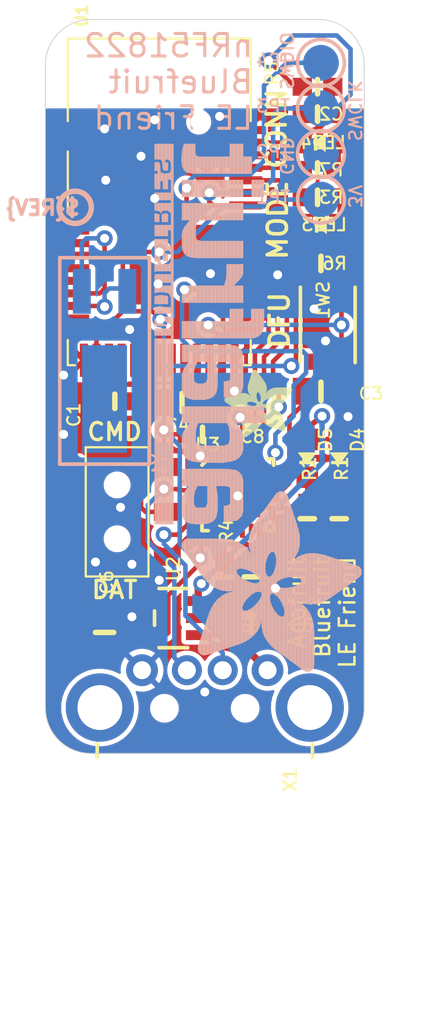
<source format=kicad_pcb>
(kicad_pcb (version 20221018) (generator pcbnew)
  (layers (0 "F.Cu" signal) (31 "B.Cu" signal) (34 "B.Paste" user) (35 "F.Paste" user) (36 "B.SilkS" user "B.Silkscreen") (37 "F.SilkS" user "F.Silkscreen") (38 "B.Mask" user) (39 "F.Mask" user) (44 "Edge.Cuts" user))
  (net 0 "")
  (net 1 "DCC")
  (net 2 "3.3V")
  (net 3 "GND")
  (net 4 "DEC2")
  (net 5 "N$3")
  (net 6 "TXD")
  (net 7 "RTS")
  (net 8 "CTS")
  (net 9 "SWCLK")
  (net 10 "SWDIO")
  (net 11 "RXD")
  (net 12 "MODE")
  (net 13 "N$10")
  (net 14 "BOOTLOADER")
  (net 15 "N$12")
  (net 16 "N$11")
  (net 17 "N$13")
  (net 18 "N$14")
  (net 19 "+5V")
  (net 20 "N$4")
  (net 21 "N$15")
  (net 22 "N$5")
  (net 23 "N$1")
  (net 24 "N$8")
  (net 25 "N$2")
  (net 26 "N$6")
  (net 27 "N$7")
  (footprint "working:0603-NO" (layer "F.Cu") (at 148.3741 107.6706)
    (fp_text reference "C8" (at 2.032 0.127) (layer "F.SilkS") (effects (font (size 0.692831 0.692831) (thickness 0.119969)) (justify left)))
    (fp_text value "1uF")
    (pad "1" smd rect (at -0.85 0) (size 1.075 1) (layers "F.Cu" "F.Paste" "F.Mask") (net 2 "3.3V"))
    (pad "2" smd rect (at 0.85 0) (size 1.075 1) (layers "F.Cu" "F.Paste" "F.Mask") (net 3 "GND"))
  )
  (footprint "working:0603-NO" (layer "F.Cu") (at 154.7876 92.9386 180)
    (fp_text reference "R7" (at -1.524 0) (layer "F.SilkS") (effects (font (size 0.692831 0.692831) (thickness 0.119969)) (justify left mirror)))
    (fp_text value "1K")
    (pad "1" smd rect (at -0.85 0 180) (size 1.075 1) (layers "F.Cu" "F.Paste" "F.Mask") (net 15 "N$12"))
    (pad "2" smd rect (at 0.85 0 180) (size 1.075 1) (layers "F.Cu" "F.Paste" "F.Mask") (net 16 "N$11"))
  )
  (footprint "working:BTN_KMR2_4.6X2.8" (layer "F.Cu") (at 155.3591 101.5746 -90)
    (fp_text reference "SW1" (at -0.254 0.254 -270) (layer "F.SilkS") (effects (font (size 0.692831 0.692831) (thickness 0.119969)) (justify right mirror)))
    (fp_text value "KMR2")
    (pad "A" smd rect (at 2.05 -0.8 270) (size 0.9 0.9) (layers "F.Cu" "F.Paste" "F.Mask") (net 14 "BOOTLOADER"))
    (pad "A'" smd rect (at -2.05 -0.8 270) (size 0.9 0.9) (layers "F.Cu" "F.Paste" "F.Mask") (net 14 "BOOTLOADER"))
    (pad "B" smd rect (at 2.05 0.8 270) (size 0.9 0.9) (layers "F.Cu" "F.Paste" "F.Mask") (net 3 "GND"))
    (pad "B'" smd rect (at -2.05 0.8 270) (size 0.9 0.9) (layers "F.Cu" "F.Paste" "F.Mask") (net 3 "GND"))
  )
  (footprint "working:0603-NO" (layer "F.Cu") (at 154.2161 112.3696 90)
    (fp_text reference "R2" (at 2.032 0.127 90) (layer "F.SilkS") (effects (font (size 0.692831 0.692831) (thickness 0.119969)) (justify left)))
    (fp_text value "1K")
    (pad "1" smd rect (at -0.85 0 90) (size 1.075 1) (layers "F.Cu" "F.Paste" "F.Mask") (net 22 "N$5"))
    (pad "2" smd rect (at 0.85 0 90) (size 1.075 1) (layers "F.Cu" "F.Paste" "F.Mask") (net 26 "N$6"))
  )
  (footprint "working:0805-NO" (layer "F.Cu") (at 154.9781 105.2703)
    (fp_text reference "C3" (at 2.032 0.127) (layer "F.SilkS") (effects (font (size 0.692831 0.692831) (thickness 0.119969)) (justify left)))
    (fp_text value "10uF")
    (pad "1" smd rect (at -0.95 0) (size 1.24 1.5) (layers "F.Cu" "F.Paste" "F.Mask") (net 20 "N$4"))
    (pad "2" smd rect (at 0.95 0) (size 1.24 1.5) (layers "F.Cu" "F.Paste" "F.Mask") (net 3 "GND"))
  )
  (footprint "working:0603-NO" (layer "F.Cu") (at 154.9781 98.1456)
    (fp_text reference "R6" (at 1.524 0) (layer "F.SilkS") (effects (font (size 0.692831 0.692831) (thickness 0.119969)) (justify left mirror)))
    (fp_text value "10K")
    (pad "1" smd rect (at -0.85 0) (size 1.075 1) (layers "F.Cu" "F.Paste" "F.Mask") (net 2 "3.3V"))
    (pad "2" smd rect (at 0.85 0) (size 1.075 1) (layers "F.Cu" "F.Paste" "F.Mask") (net 14 "BOOTLOADER"))
  )
  (footprint "working:CHIPLED_0805_NOOUTLINE" (layer "F.Cu") (at 154.9146 91.4146 90)
    (fp_text reference "LED4" (at 0 1.524 180) (layer "F.SilkS") (effects (font (size 0.692831 0.692831) (thickness 0.119969)) (justify left mirror)))
    (fp_text value "BLUE")
    (pad "A" smd rect (at 0 1.05 90) (size 1.2 1.2) (layers "F.Cu" "F.Paste" "F.Mask") (net 15 "N$12"))
    (pad "C" smd rect (at 0 -1.05 90) (size 1.2 1.2) (layers "F.Cu" "F.Paste" "F.Mask") (net 3 "GND"))
  )
  (footprint "working:CHIPLED_0805_NOOUTLINE" (layer "F.Cu") (at 155.9941 109.0041 180)
    (fp_text reference "D4" (at -1.016 1.778 90) (layer "F.SilkS") (effects (font (size 0.692831 0.692831) (thickness 0.119969)) (justify right)))
    (fp_text value "YELLOW")
    (pad "A" smd rect (at 0 1.05 180) (size 1.2 1.2) (layers "F.Cu" "F.Paste" "F.Mask") (net 19 "+5V"))
    (pad "C" smd rect (at 0 -1.05 180) (size 1.2 1.2) (layers "F.Cu" "F.Paste" "F.Mask") (net 25 "N$2"))
  )
  (footprint "working:0805-NO" (layer "F.Cu") (at 142.9131 118.7069 90)
    (fp_text reference "C6" (at 2.032 0.127 90) (layer "F.SilkS") (effects (font (size 0.692831 0.692831) (thickness 0.119969)) (justify left)))
    (fp_text value "10uF")
    (pad "1" smd rect (at -0.95 0 90) (size 1.24 1.5) (layers "F.Cu" "F.Paste" "F.Mask") (net 2 "3.3V"))
    (pad "2" smd rect (at 0.95 0 90) (size 1.24 1.5) (layers "F.Cu" "F.Paste" "F.Mask") (net 3 "GND"))
  )
  (footprint "working:CHIPLED_0805_NOOUTLINE" (layer "F.Cu") (at 154.2161 109.0041 180)
    (fp_text reference "D5" (at -1.016 1.778 90) (layer "F.SilkS") (effects (font (size 0.692831 0.692831) (thickness 0.119969)) (justify right)))
    (fp_text value "YELLOW")
    (pad "A" smd rect (at 0 1.05 180) (size 1.2 1.2) (layers "F.Cu" "F.Paste" "F.Mask") (net 19 "+5V"))
    (pad "C" smd rect (at 0 -1.05 180) (size 1.2 1.2) (layers "F.Cu" "F.Paste" "F.Mask") (net 26 "N$6"))
  )
  (footprint "working:0603-NO" (layer "F.Cu") (at 154.7876 88.3031)
    (fp_text reference "R5" (at -2.54 0 90) (layer "F.SilkS") (effects (font (size 0.692831 0.692831) (thickness 0.119969)) (justify left)))
    (fp_text value "10K")
    (pad "1" smd rect (at -0.85 0) (size 1.075 1) (layers "F.Cu" "F.Paste" "F.Mask") (net 9 "SWCLK"))
    (pad "2" smd rect (at 0.85 0) (size 1.075 1) (layers "F.Cu" "F.Paste" "F.Mask") (net 3 "GND"))
  )
  (footprint "working:FIDUCIAL_1MM" (layer "F.Cu") (at 140.8811 117.8306)
    (fp_text reference "FID2" hide)
    (fp_text value "FIDUCIAL_1MM" hide)
    (pad "1" smd roundrect (at 0 0) (size 1 1) (layers "F.Cu" "F.Mask") (roundrect_rratio 0.5))
  )
  (footprint "working:FIDUCIAL_1MM" (layer "F.Cu") (at 148.6281 92.5576)
    (fp_text reference "FID1" hide)
    (fp_text value "FIDUCIAL_1MM" hide)
    (pad "1" smd roundrect (at 0 0) (size 1 1) (layers "F.Cu" "F.Mask") (roundrect_rratio 0.5))
  )
  (footprint "working:SOT23-5" (layer "F.Cu") (at 146.7485 117.9068 90)
    (fp_text reference "U2" (at 1.978 0 90) (layer "F.SilkS") (effects (font (size 0.692831 0.692831) (thickness 0.119969)) (justify left)))
    (fp_text value "AP2112K-3.3")
    (pad "1" smd rect (at -0.95 1.3001 90) (size 0.55 1.2) (layers "F.Cu" "F.Paste" "F.Mask") (net 19 "+5V"))
    (pad "2" smd rect (at 0 1.3001 90) (size 0.55 1.2) (layers "F.Cu" "F.Paste" "F.Mask") (net 3 "GND"))
    (pad "3" smd rect (at 0.95 1.3001 90) (size 0.55 1.2) (layers "F.Cu" "F.Paste" "F.Mask") (net 19 "+5V"))
    (pad "4" smd rect (at 0.95 -1.3001 90) (size 0.55 1.2) (layers "F.Cu" "F.Paste" "F.Mask"))
    (pad "5" smd rect (at -0.95 -1.3001 90) (size 0.55 1.2) (layers "F.Cu" "F.Paste" "F.Mask") (net 2 "3.3V"))
  )
  (footprint "working:0603-NO" (layer "F.Cu") (at 149.5806 115.6081 90)
    (fp_text reference "R4" (at 1.778 0.127 90) (layer "F.SilkS") (effects (font (size 0.692831 0.692831) (thickness 0.119969)) (justify left)))
    (fp_text value "10K")
    (pad "1" smd rect (at -0.85 0 90) (size 1.075 1) (layers "F.Cu" "F.Paste" "F.Mask") (net 19 "+5V"))
    (pad "2" smd rect (at 0.85 0 90) (size 1.075 1) (layers "F.Cu" "F.Paste" "F.Mask") (net 27 "N$7"))
  )
  (footprint "working:0805-NO" (layer "F.Cu") (at 151.1173 118.1862)
    (fp_text reference "C5" (at 2.032 0.127) (layer "F.SilkS") (effects (font (size 0.692831 0.692831) (thickness 0.119969)) (justify left)))
    (fp_text value "10uF")
    (pad "1" smd rect (at -0.95 0) (size 1.24 1.5) (layers "F.Cu" "F.Paste" "F.Mask") (net 19 "+5V"))
    (pad "2" smd rect (at 0.95 0) (size 1.24 1.5) (layers "F.Cu" "F.Paste" "F.Mask") (net 3 "GND"))
  )
  (footprint "working:0603-NO" (layer "F.Cu") (at 154.7876 89.8271)
    (fp_text reference "C2" (at 1.524 0) (layer "F.SilkS") (effects (font (size 0.692831 0.692831) (thickness 0.119969)) (justify left mirror)))
    (fp_text value "1uF")
    (pad "1" smd rect (at -0.85 0) (size 1.075 1) (layers "F.Cu" "F.Paste" "F.Mask") (net 4 "DEC2"))
    (pad "2" smd rect (at 0.85 0) (size 1.075 1) (layers "F.Cu" "F.Paste" "F.Mask") (net 3 "GND"))
  )
  (footprint "working:QFN24_4MM_SMSC" (layer "F.Cu") (at 150.3426 111.0361)
    (fp_text reference "U3" (at -2.45 -2.8) (layer "F.SilkS") (effects (font (size 0.692831 0.692831) (thickness 0.119969)) (justify left)))
    (fp_text value "CP210x")
    (pad "1" smd roundrect (at -2 -1.25 180) (size 0.8 0.28) (layers "F.Cu" "F.Paste" "F.Mask"))
    (pad "2" smd roundrect (at -2 -0.75 180) (size 0.8 0.28) (layers "F.Cu" "F.Paste" "F.Mask") (net 3 "GND"))
    (pad "3" smd roundrect (at -2 -0.25 180) (size 0.8 0.28) (layers "F.Cu" "F.Paste" "F.Mask") (net 24 "N$8"))
    (pad "4" smd roundrect (at -2 0.25 180) (size 0.8 0.28) (layers "F.Cu" "F.Paste" "F.Mask") (net 23 "N$1"))
    (pad "5" smd roundrect (at -2 0.75 180) (size 0.8 0.28) (layers "F.Cu" "F.Paste" "F.Mask") (net 2 "3.3V"))
    (pad "6" smd roundrect (at -2 1.25 180) (size 0.8 0.28) (layers "F.Cu" "F.Paste" "F.Mask") (net 2 "3.3V"))
    (pad "7" smd roundrect (at -1.25 2 90) (size 0.8 0.28) (layers "F.Cu" "F.Paste" "F.Mask") (net 2 "3.3V"))
    (pad "8" smd roundrect (at -0.75 2 90) (size 0.8 0.28) (layers "F.Cu" "F.Paste" "F.Mask") (net 27 "N$7"))
    (pad "9" smd roundrect (at -0.25 2 90) (size 0.8 0.28) (layers "F.Cu" "F.Paste" "F.Mask"))
    (pad "10" smd roundrect (at 0.25 2 90) (size 0.8 0.28) (layers "F.Cu" "F.Paste" "F.Mask"))
    (pad "11" smd roundrect (at 0.75 2 90) (size 0.8 0.28) (layers "F.Cu" "F.Paste" "F.Mask"))
    (pad "12" smd roundrect (at 1.25 2 90) (size 0.8 0.28) (layers "F.Cu" "F.Paste" "F.Mask"))
    (pad "13" smd roundrect (at 2 1.25) (size 0.8 0.28) (layers "F.Cu" "F.Paste" "F.Mask") (net 21 "N$15"))
    (pad "14" smd roundrect (at 2 0.75) (size 0.8 0.28) (layers "F.Cu" "F.Paste" "F.Mask") (net 22 "N$5"))
    (pad "15" smd roundrect (at 2 0.25) (size 0.8 0.28) (layers "F.Cu" "F.Paste" "F.Mask"))
    (pad "16" smd roundrect (at 2 -0.25) (size 0.8 0.28) (layers "F.Cu" "F.Paste" "F.Mask") (net 20 "N$4"))
    (pad "17" smd roundrect (at 2 -0.75) (size 0.8 0.28) (layers "F.Cu" "F.Paste" "F.Mask"))
    (pad "18" smd roundrect (at 2 -1.25) (size 0.8 0.28) (layers "F.Cu" "F.Paste" "F.Mask") (net 7 "RTS"))
    (pad "19" smd roundrect (at 1.25 -2 270) (size 0.8 0.28) (layers "F.Cu" "F.Paste" "F.Mask") (net 8 "CTS"))
    (pad "20" smd roundrect (at 0.75 -2 270) (size 0.8 0.28) (layers "F.Cu" "F.Paste" "F.Mask") (net 6 "TXD"))
    (pad "21" smd roundrect (at 0.25 -2 270) (size 0.8 0.28) (layers "F.Cu" "F.Paste" "F.Mask") (net 11 "RXD"))
    (pad "22" smd roundrect (at -0.25 -2 270) (size 0.8 0.28) (layers "F.Cu" "F.Paste" "F.Mask"))
    (pad "23" smd roundrect (at -0.75 -2 270) (size 0.8 0.28) (layers "F.Cu" "F.Paste" "F.Mask"))
    (pad "24" smd roundrect (at -1.25 -2 270) (size 0.8 0.28) (layers "F.Cu" "F.Paste" "F.Mask"))
    (pad "THERM" smd rect (at 0 0) (size 2.5 2.5) (layers "F.Cu" "F.Mask") (net 3 "GND"))
  )
  (footprint "working:0805-NO" (layer "F.Cu") (at 147.2311 105.8926)
    (fp_text reference "C4" (at 0.508 1.27) (layer "F.SilkS") (effects (font (size 0.692831 0.692831) (thickness 0.119969)) (justify right)))
    (fp_text value "10uF")
    (pad "1" smd rect (at -0.95 0) (size 1.24 1.5) (layers "F.Cu" "F.Paste" "F.Mask") (net 2 "3.3V"))
    (pad "2" smd rect (at 0.95 0) (size 1.24 1.5) (layers "F.Cu" "F.Paste" "F.Mask") (net 3 "GND"))
  )
  (footprint "working:0603-NO" (layer "F.Cu") (at 154.7876 94.4626 180)
    (fp_text reference "R3" (at -1.524 0) (layer "F.SilkS") (effects (font (size 0.692831 0.692831) (thickness 0.119969)) (justify left mirror)))
    (fp_text value "1K")
    (pad "1" smd rect (at -0.85 0 180) (size 1.075 1) (layers "F.Cu" "F.Paste" "F.Mask") (net 5 "N$3"))
    (pad "2" smd rect (at 0.85 0 180) (size 1.075 1) (layers "F.Cu" "F.Paste" "F.Mask") (net 13 "N$10"))
  )
  (footprint "working:EG1390" (layer "F.Cu") (at 143.6116 111.9886 -90)
    (fp_text reference "SW2" hide)
    (fp_text value "EG1213")
    (pad "" np_thru_hole circle (at -1.5 0 270) (size 1 1) (drill 1) (layers "*.Cu" "*.Mask"))
    (pad "" np_thru_hole circle (at 1.5 0 270) (size 1 1) (drill 1) (layers "*.Cu" "*.Mask"))
    (pad "O1" smd rect (at -2.5 -2.8 270) (size 1 1.5) (layers "F.Cu" "F.Paste" "F.Mask") (net 2 "3.3V"))
    (pad "O2" smd rect (at -2.5 2.8 270) (size 1 1.5) (layers "F.Cu" "F.Paste" "F.Mask"))
    (pad "P1" smd rect (at 0 -2.8 270) (size 1 1.5) (layers "F.Cu" "F.Paste" "F.Mask") (net 12 "MODE"))
    (pad "P2" smd rect (at 0 2.8 270) (size 1 1.5) (layers "F.Cu" "F.Paste" "F.Mask"))
    (pad "S1" smd rect (at 2.5 -2.8 270) (size 1 1.5) (layers "F.Cu" "F.Paste" "F.Mask") (net 3 "GND"))
    (pad "S2" smd rect (at 2.5 2.8 270) (size 1 1.5) (layers "F.Cu" "F.Paste" "F.Mask"))
  )
  (footprint "working:0603-NO" (layer "F.Cu") (at 151.1046 115.6081 -90)
    (fp_text reference "R8" (at 1.778 0.127 90) (layer "F.SilkS") (effects (font (size 0.692831 0.692831) (thickness 0.119969)) (justify right)))
    (fp_text value "20K")
    (pad "1" smd rect (at -0.85 0 270) (size 1.075 1) (layers "F.Cu" "F.Paste" "F.Mask") (net 27 "N$7"))
    (pad "2" smd rect (at 0.85 0 270) (size 1.075 1) (layers "F.Cu" "F.Paste" "F.Mask") (net 3 "GND"))
  )
  (footprint "working:USB_A-THM" (layer "F.Cu") (at 148.5011 122.9106 180)
    (fp_text reference "X1" (at -4.75 -3.272 90) (layer "F.SilkS") (effects (font (size 0.692831 0.692831) (thickness 0.119969)) (justify right)))
    (fp_text value "USB-A")
    (pad "" np_thru_hole circle (at -2.25 -0.022 180) (size 1.1 1.1) (drill 1.1) (layers "*.Cu" "*.Mask"))
    (pad "" np_thru_hole circle (at 2.25 -0.022 180) (size 1.1 1.1) (drill 1.1) (layers "*.Cu" "*.Mask"))
    (pad "D+" thru_hole circle (at 1 2.1 90) (size 1.6764 1.6764) (drill 1) (layers "*.Cu" "*.Mask") (net 24 "N$8"))
    (pad "D-" thru_hole circle (at -1 2.1 90) (size 1.6764 1.6764) (drill 1) (layers "*.Cu" "*.Mask") (net 23 "N$1"))
    (pad "GND" thru_hole circle (at 3.5 2.1 180) (size 1.778 1.778) (drill 1) (layers "*.Cu" "*.Mask") (net 3 "GND"))
    (pad "MNT1" thru_hole circle (at -5.85 0.02 180) (size 3.81 3.81) (drill 2.5) (layers "*.Cu" "*.Mask"))
    (pad "MNT2" thru_hole circle (at 5.85 0.02 180) (size 3.81 3.81) (drill 2.5) (layers "*.Cu" "*.Mask"))
    (pad "VBUS" thru_hole circle (at -3.5 2.1 180) (size 1.778 1.778) (drill 1) (layers "*.Cu" "*.Mask") (net 19 "+5V"))
  )
  (footprint "working:CHIPLED_0805_NOOUTLINE" (layer "F.Cu") (at 154.9781 95.9866 90)
    (fp_text reference "LED3" (at 0 1.524 180) (layer "F.SilkS") (effects (font (size 0.692831 0.692831) (thickness 0.119969)) (justify left mirror)))
    (fp_text value "RED")
    (pad "A" smd rect (at 0 1.05 90) (size 1.2 1.2) (layers "F.Cu" "F.Paste" "F.Mask") (net 5 "N$3"))
    (pad "C" smd rect (at 0 -1.05 90) (size 1.2 1.2) (layers "F.Cu" "F.Paste" "F.Mask") (net 3 "GND"))
  )
  (footprint "working:ADAFRUIT_3.5MM" (layer "F.Cu") (at 153.3906 107.8611 90)
    (fp_text reference "U$31" hide)
    (fp_text value "" hide)
  )
  (footprint "working:0603-NO" (layer "F.Cu") (at 155.9941 112.3696 90)
    (fp_text reference "R1" (at 2.032 0.127 90) (layer "F.SilkS") (effects (font (size 0.692831 0.692831) (thickness 0.119969)) (justify left)))
    (fp_text value "1K")
    (pad "1" smd rect (at -0.85 0 90) (size 1.075 1) (layers "F.Cu" "F.Paste" "F.Mask") (net 21 "N$15"))
    (pad "2" smd rect (at 0.85 0 90) (size 1.075 1) (layers "F.Cu" "F.Paste" "F.Mask") (net 25 "N$2"))
  )
  (footprint "working:0603-NO" (layer "F.Cu") (at 143.4846 105.8291)
    (fp_text reference "C1" (at -2.286 0 90) (layer "F.SilkS") (effects (font (size 0.692831 0.692831) (thickness 0.119969)) (justify right)))
    (fp_text value "1uF")
    (pad "1" smd rect (at -0.85 0) (size 1.075 1) (layers "F.Cu" "F.Paste" "F.Mask") (net 2 "3.3V"))
    (pad "2" smd rect (at 0.85 0) (size 1.075 1) (layers "F.Cu" "F.Paste" "F.Mask") (net 3 "GND"))
  )
  (footprint "working:BLE_MODULE_RAYTAC_MDBT40" (layer "F.Cu") (at 145.9611 94.7166)
    (fp_text reference "U1" (at -4.318 -9.652 90) (layer "F.SilkS") (effects (font (size 0.625348 0.625348) (thickness 0.187452)) (justify left)))
    (fp_text value "MDBT40")
    (pad "" np_thru_hole circle (at 2.2 -4.45) (size 0.9 0.9) (drill 0.9) (layers "*.Cu" "*.Mask"))
    (pad "1" smd rect (at -4.825 -4) (size 1.85 0.45) (layers "F.Cu" "F.Paste" "F.Mask") (net 3 "GND"))
    (pad "2" smd rect (at -4.825 -3.3) (size 1.85 0.45) (layers "F.Cu" "F.Paste" "F.Mask") (net 3 "GND"))
    (pad "3" smd rect (at -4.825 0.9) (size 1.85 0.45) (layers "F.Cu" "F.Paste" "F.Mask") (net 2 "3.3V"))
    (pad "4" smd rect (at -4.825 1.6) (size 1.85 0.45) (layers "F.Cu" "F.Paste" "F.Mask"))
    (pad "5" smd rect (at -4.825 2.3) (size 1.85 0.45) (layers "F.Cu" "F.Paste" "F.Mask"))
    (pad "6" smd rect (at -4.825 3) (size 1.85 0.45) (layers "F.Cu" "F.Paste" "F.Mask"))
    (pad "7" smd rect (at -4.825 3.7) (size 1.85 0.45) (layers "F.Cu" "F.Paste" "F.Mask"))
    (pad "8" smd rect (at -4.825 4.4) (size 1.85 0.45) (layers "F.Cu" "F.Paste" "F.Mask"))
    (pad "9" smd rect (at -4.825 5.1) (size 1.85 0.45) (layers "F.Cu" "F.Paste" "F.Mask") (net 17 "N$13"))
    (pad "10" smd rect (at -4.825 5.8) (size 1.85 0.45) (layers "F.Cu" "F.Paste" "F.Mask") (net 18 "N$14"))
    (pad "11" smd rect (at -4.825 6.5) (size 1.85 0.45) (layers "F.Cu" "F.Paste" "F.Mask"))
    (pad "12" smd rect (at -4.825 7.2) (size 1.85 0.45) (layers "F.Cu" "F.Paste" "F.Mask"))
    (pad "13" smd rect (at -4.2 8.825 90) (size 1.85 0.45) (layers "F.Cu" "F.Paste" "F.Mask") (net 3 "GND"))
    (pad "14" smd rect (at -3.5 8.825 90) (size 1.85 0.45) (layers "F.Cu" "F.Paste" "F.Mask") (net 2 "3.3V"))
    (pad "15" smd rect (at -2.8 8.825 90) (size 1.85 0.45) (layers "F.Cu" "F.Paste" "F.Mask") (net 1 "DCC"))
    (pad "16" smd rect (at -2.1 8.825 90) (size 1.85 0.45) (layers "F.Cu" "F.Paste" "F.Mask") (net 3 "GND"))
    (pad "17" smd rect (at -1.4 8.825 90) (size 1.85 0.45) (layers "F.Cu" "F.Paste" "F.Mask"))
    (pad "18" smd rect (at -0.7 8.825 90) (size 1.85 0.45) (layers "F.Cu" "F.Paste" "F.Mask") (net 12 "MODE"))
    (pad "19" smd rect (at 0 8.825 90) (size 1.85 0.45) (layers "F.Cu" "F.Paste" "F.Mask"))
    (pad "20" smd rect (at 0.7 8.825 90) (size 1.85 0.45) (layers "F.Cu" "F.Paste" "F.Mask"))
    (pad "21" smd rect (at 1.4 8.825 90) (size 1.85 0.45) (layers "F.Cu" "F.Paste" "F.Mask"))
    (pad "22" smd rect (at 2.1 8.825 90) (size 1.85 0.45) (layers "F.Cu" "F.Paste" "F.Mask"))
    (pad "23" smd rect (at 2.8 8.825 90) (size 1.85 0.45) (layers "F.Cu" "F.Paste" "F.Mask"))
    (pad "24" smd rect (at 3.5 8.825 90) (size 1.85 0.45) (layers "F.Cu" "F.Paste" "F.Mask") (net 14 "BOOTLOADER"))
    (pad "25" smd rect (at 4.2 8.825 90) (size 1.85 0.45) (layers "F.Cu" "F.Paste" "F.Mask") (net 3 "GND"))
    (pad "26" smd rect (at 4.825 7.2) (size 1.85 0.45) (layers "F.Cu" "F.Paste" "F.Mask") (net 7 "RTS"))
    (pad "27" smd rect (at 4.825 6.5) (size 1.85 0.45) (layers "F.Cu" "F.Paste" "F.Mask") (net 6 "TXD"))
    (pad "28" smd rect (at 4.825 5.8) (size 1.85 0.45) (layers "F.Cu" "F.Paste" "F.Mask") (net 8 "CTS"))
    (pad "29" smd rect (at 4.825 5.1) (size 1.85 0.45) (layers "F.Cu" "F.Paste" "F.Mask") (net 11 "RXD"))
    (pad "30" smd rect (at 4.825 4.4) (size 1.85 0.45) (layers "F.Cu" "F.Paste" "F.Mask"))
    (pad "31" smd rect (at 4.825 3.7) (size 1.85 0.45) (layers "F.Cu" "F.Paste" "F.Mask"))
    (pad "32" smd rect (at 4.825 3) (size 1.85 0.45) (layers "F.Cu" "F.Paste" "F.Mask"))
    (pad "33" smd rect (at 4.825 2.3) (size 1.85 0.45) (layers "F.Cu" "F.Paste" "F.Mask"))
    (pad "34" smd rect (at 4.825 1.6) (size 1.85 0.45) (layers "F.Cu" "F.Paste" "F.Mask"))
    (pad "35" smd rect (at 4.825 0.9) (size 1.85 0.45) (layers "F.Cu" "F.Paste" "F.Mask") (net 10 "SWDIO"))
    (pad "36" smd rect (at 4.825 0.2) (size 1.85 0.45) (layers "F.Cu" "F.Paste" "F.Mask") (net 9 "SWCLK"))
    (pad "37" smd rect (at 4.825 -0.5) (size 1.85 0.45) (layers "F.Cu" "F.Paste" "F.Mask"))
    (pad "38" smd rect (at 4.825 -1.2) (size 1.85 0.45) (layers "F.Cu" "F.Paste" "F.Mask") (net 13 "N$10"))
    (pad "39" smd rect (at 4.825 -1.9) (size 1.85 0.45) (layers "F.Cu" "F.Paste" "F.Mask") (net 16 "N$11"))
    (pad "40" smd rect (at 4.825 -2.6) (size 1.85 0.45) (layers "F.Cu" "F.Paste" "F.Mask"))
    (pad "41" smd rect (at 4.825 -3.3) (size 1.85 0.45) (layers "F.Cu" "F.Paste" "F.Mask") (net 4 "DEC2"))
    (pad "42" smd rect (at 4.825 -4) (size 1.85 0.45) (layers "F.Cu" "F.Paste" "F.Mask") (net 3 "GND"))
  )
  (footprint "working:TESTPOINT_ROUND_2MM" (layer "B.Cu") (at 154.9781 89.5096 180)
    (fp_text reference "TP3" (at 1.651 0.127) (layer "B.SilkS") (effects (font (size 0.692831 0.692831) (thickness 0.119969)) (justify left mirror)))
    (fp_text value "")
    (pad "P$1" smd roundrect (at 0 0 180) (size 2 2) (layers "B.Cu" "B.Mask") (roundrect_rratio 0.5) (net 9 "SWCLK"))
  )
  (footprint "working:ADAFRUIT_TEXT_30MM" (layer "B.Cu") (at 145.7071 121.1326 90)
    (fp_text reference "U$22" hide)
    (fp_text value "" hide)
  )
  (footprint "working:TESTPOINT_ROUND_2MM" (layer "B.Cu") (at 154.9781 92.0496 180)
    (fp_text reference "TP2" (at 1.651 0.127) (layer "B.SilkS") (effects (font (size 0.692831 0.692831) (thickness 0.119969)) (justify left mirror)))
    (fp_text value "")
    (pad "P$1" smd roundrect (at 0 0 180) (size 2 2) (layers "B.Cu" "B.Mask") (roundrect_rratio 0.5) (net 3 "GND"))
  )
  (footprint "working:TESTPOINT_ROUND_2MM" (layer "B.Cu") (at 154.9781 86.9696 180)
    (fp_text reference "TP4" (at 1.651 0.127) (layer "B.SilkS") (effects (font (size 0.692831 0.692831) (thickness 0.119969)) (justify left mirror)))
    (fp_text value "")
    (pad "P$1" smd roundrect (at 0 0 180) (size 2 2) (layers "B.Cu" "B.Mask") (roundrect_rratio 0.5) (net 10 "SWDIO"))
  )
  (footprint "working:PCBFEAT-REV-040" (layer "B.Cu") (at 141.2748 95.0214 180)
    (fp_text reference "U$16" hide)
    (fp_text value "" hide)
    (fp_text user "${REV}" (at -0.3556 -0.508) (layer "B.SilkS") (effects (font (size 0.8128 0.8128) (thickness 0.2032)) (justify left bottom mirror)))
  )
  (footprint "working:CRYSTAL_CYL_2X6MM_SMT" (layer "B.Cu") (at 142.9131 101.8286 90)
    (fp_text reference "Y1" (at -6.85 3.04 90) (layer "B.SilkS") (effects (font (size 0.692831 0.692831) (thickness 0.119969)) (justify left mirror)))
    (fp_text value "DNC")
    (pad "1" smd rect (at 2.125 1.27 90) (size 2.5 1) (layers "B.Cu" "B.Paste" "B.Mask") (net 18 "N$14"))
    (pad "2" smd rect (at 2.125 -1.27 90) (size 2.5 1) (layers "B.Cu" "B.Paste" "B.Mask") (net 17 "N$13"))
    (pad "CYLINDER" smd rect (at -3.875 0 90) (size 6 2.5) (layers "B.Cu" "B.Paste" "B.Mask"))
  )
  (footprint "working:TESTPOINT_ROUND_2MM" (layer "B.Cu") (at 154.9781 94.5896 180)
    (fp_text reference "TP1" (at 1.651 0.127) (layer "B.SilkS") (effects (font (size 0.692831 0.692831) (thickness 0.119969)) (justify left mirror)))
    (fp_text value "")
    (pad "P$1" smd roundrect (at 0 0 180) (size 2 2) (layers "B.Cu" "B.Mask") (roundrect_rratio 0.5) (net 2 "3.3V"))
  )
  (gr_arc (start 142.1511 125.4506) (mid 140.355049 124.706651) (end 139.6111 122.9106) (stroke (width 0.05)) (layer "Edge.Cuts"))
  (gr_line (start 139.6111 87.0966) (end 139.6111 122.9106) (stroke (width 0.05)) (layer "Edge.Cuts"))
  (gr_arc (start 157.3911 122.9106) (mid 156.647151 124.706651) (end 154.8511 125.4506) (stroke (width 0.05)) (layer "Edge.Cuts"))
  (gr_arc (start 154.8511 84.5566) (mid 156.647151 85.300549) (end 157.3911 87.0966) (stroke (width 0.05)) (layer "Edge.Cuts"))
  (gr_arc (start 139.6111 87.0966) (mid 140.355049 85.300549) (end 142.1511 84.5566) (stroke (width 0.05)) (layer "Edge.Cuts"))
  (gr_line (start 154.8511 84.5566) (end 142.1511 84.5566) (stroke (width 0.05)) (layer "Edge.Cuts"))
  (gr_line (start 157.3911 122.9106) (end 157.3911 87.0966) (stroke (width 0.05)) (layer "Edge.Cuts"))
  (gr_line (start 142.1511 125.4506) (end 154.8511 125.4506) (stroke (width 0.05)) (layer "Edge.Cuts"))
  (gr_text "SWCLK" (at 157.2641 87.8586 -90) (layer "B.SilkS") (effects (font (size 0.69088 0.69088) (thickness 0.12192)) (justify right top mirror)))
  (gr_text "nRF51822 \nBluefruit\nLE Friend" (at 151.2951 90.7796) (layer "B.SilkS") (effects (font (size 1.251712 1.251712) (thickness 0.170688)) (justify left bottom mirror)))
  (gr_text "GND" (at 153.4541 91.0336 -90) (layer "B.SilkS") (effects (font (size 0.69088 0.69088) (thickness 0.12192)) (justify right top mirror)))
  (gr_text "SWDIO" (at 153.4541 85.1916 -90) (layer "B.SilkS") (effects (font (size 0.69088 0.69088) (thickness 0.12192)) (justify right top mirror)))
  (gr_text "3V" (at 157.2641 93.7006 -90) (layer "B.SilkS") (effects (font (size 0.69088 0.69088) (thickness 0.12192)) (justify right top mirror)))
  (gr_text "MODE" (at 152.5651 95.7326 90) (layer "F.SilkS") (effects (font (size 1.0668 1.0668) (thickness 0.2032))))
  (gr_text "DAT" (at 143.4719 116.332) (layer "F.SilkS") (effects (font (size 0.96012 0.96012) (thickness 0.18288))))
  (gr_text "Adafruit\nBluefruit\nLE Friend" (at 155.0416 114.4016 90) (layer "F.SilkS") (effects (font (size 0.87376 0.87376) (thickness 0.14224)) (justify right)))
  (gr_text "DFU" (at 152.6667 101.3206 90) (layer "F.SilkS") (effects (font (size 1.0668 1.0668) (thickness 0.2032))))
  (gr_text "CMD" (at 143.4719 107.5309) (layer "F.SilkS") (effects (font (size 0.96012 0.96012) (thickness 0.18288))))
  (gr_text "CONN" (at 152.5016 90.6526 90) (layer "F.SilkS") (effects (font (size 1.0668 1.0668) (thickness 0.2032))))
  (segment (start 148.2791 114.5606) (end 148.2791 114.8141) (width 0.254) (layer "F.Cu") (net 2))
  (segment (start 144.4904 118.8568) (end 143.6116 119.7356) (width 0.3048) (layer "F.Cu") (net 2))
  (segment (start 142.4611 105.583235) (end 142.6346 105.8291) (width 0.254) (layer "F.Cu") (net 2))
  (segment (start 153.5811 103.6066) (end 153.3271 103.8606) (width 0.254) (layer "F.Cu") (net 2))
  (segment (start 143.6116 119.7356) (end 142.9918 119.7356) (width 0.3048) (layer "F.Cu") (net 2))
  (segment (start 143.9291 100.8126) (end 143.9291 97.5106) (width 0.254) (layer "F.Cu") (net 2))
  (segment (start 148.3746 113.0361) (end 149.0926 113.0361) (width 0.254) (layer "F.Cu") (net 2))
  (segment (start 148.2791 114.8141) (end 146.4691 116.6241) (width 0.254) (layer "F.Cu") (net 2))
  (segment (start 148.3426 113.0041) (end 148.3746 113.0361) (width 0.254) (layer "F.Cu") (net 2))
  (segment (start 145.4484 118.8568) (end 144.4904 118.8568) (width 0.3048) (layer "F.Cu") (net 2))
  (segment (start 143.9291 100.8126) (end 145.5801 100.8126) (width 0.254) (layer "F.Cu") (net 2))
  (segment (start 142.4611 102.2806) (end 143.9291 100.8126) (width 0.254) (layer "F.Cu") (net 2))
  (segment (start 143.1781 95.6166) (end 143.9291 96.3676) (width 0.254) (layer "F.Cu") (net 2))
  (segment (start 148.3426 112.2861) (end 148.3426 113.0041) (width 0.254) (layer "F.Cu") (net 2))
  (segment (start 146.4691 107.6706) (end 146.2151 107.4166) (width 0.254) (layer "F.Cu") (net 2))
  (segment (start 154.1281 98.1456) (end 153.5811 98.6536) (width 0.254) (layer "F.Cu") (net 2))
  (segment (start 153.5811 98.6536) (end 153.5811 103.6066) (width 0.254) (layer "F.Cu") (net 2))
  (segment (start 146.3421 118.8466) (end 145.4586 118.8466) (width 0.254) (layer "F.Cu") (net 2))
  (segment (start 147.5241 107.6706) (end 146.4691 107.6706) (width 0.254) (layer "F.Cu") (net 2))
  (segment (start 141.1361 95.6166) (end 143.1781 95.6166) (width 0.254) (layer "F.Cu") (net 2))
  (segment (start 142.4611 103.5416) (end 142.4611 102.2806) (width 0.254) (layer "F.Cu") (net 2))
  (segment (start 145.9611 97.5106) (end 143.9291 97.5106) (width 0.254) (layer "F.Cu") (net 2))
  (segment (start 146.2151 109.2921) (end 146.4116 109.4886) (width 0.254) (layer "F.Cu") (net 2))
  (segment (start 142.4611 103.5416) (end 142.4611 105.583235) (width 0.254) (layer "F.Cu") (net 2))
  (segment (start 146.2151 107.4166) (end 146.2811 105.8926) (width 0.254) (layer "F.Cu") (net 2))
  (segment (start 146.2151 107.4166) (end 146.2151 109.2921) (width 0.254) (layer "F.Cu") (net 2))
  (segment (start 148.2791 113.1316) (end 148.3746 113.0361) (width 0.254) (layer "F.Cu") (net 2))
  (segment (start 148.2791 114.5606) (end 148.2471 114.554) (width 0.254) (layer "F.Cu") (net 2))
  (segment (start 145.5801 100.8126) (end 146.0246 101.2571) (width 0.254) (layer "F.Cu") (net 2))
  (segment (start 146.4691 118.7196) (end 146.3421 118.8466) (width 0.254) (layer "F.Cu") (net 2))
  (segment (start 148.2791 114.5606) (end 148.2791 113.1316) (width 0.254) (layer "F.Cu") (net 2))
  (segment (start 145.4586 118.8466) (end 145.4484 118.8568) (width 0.254) (layer "F.Cu") (net 2))
  (segment (start 142.9918 119.7356) (end 142.9131 119.6569) (width 0.3048) (layer "F.Cu") (net 2))
  (segment (start 148.3426 111.7861) (end 148.3426 112.2861) (width 0.254) (layer "F.Cu") (net 2))
  (segment (start 143.9291 97.5106) (end 143.9291 96.3676) (width 0.254) (layer "F.Cu") (net 2))
  (segment (start 146.4691 116.6241) (end 146.4691 118.7196) (width 0.254) (layer "F.Cu") (net 2))
  (via (at 153.3271 103.8606) (size 0.9064) (drill 0.5) (layers "F.Cu" "B.Cu") (net 2))
  (via (at 146.2151 107.4166) (size 0.9064) (drill 0.5) (layers "F.Cu" "B.Cu") (net 2))
  (via (at 148.2471 114.554) (size 0.9064) (drill 0.5) (layers "F.Cu" "B.Cu") (net 2))
  (via (at 146.0246 101.2571) (size 0.9064) (drill 0.5) (layers "F.Cu" "B.Cu") (net 2))
  (via (at 145.9611 97.5106) (size 0.9064) (drill 0.5) (layers "F.Cu" "B.Cu") (net 2))
  (segment (start 146.2151 101.4476) (end 146.2151 103.8606) (width 0.254) (layer "B.Cu") (net 2))
  (segment (start 149.5171 94.9706) (end 146.9771 97.5106) (width 0.254) (layer "B.Cu") (net 2))
  (segment (start 146.2151 101.4476) (end 146.0246 101.2571) (width 0.254) (layer "B.Cu") (net 2))
  (segment (start 147.1041 113.792) (end 147.1041 108.3056) (width 0.254) (layer "B.Cu") (net 2))
  (segment (start 154.9781 94.5896) (end 152.1841 94.5896) (width 0.254) (layer "B.Cu") (net 2))
  (segment (start 152.1841 94.5896) (end 151.8031 94.9706) (width 0.254) (layer "B.Cu") (net 2))
  (segment (start 153.3271 103.8606) (end 146.2151 103.8606) (width 0.254) (layer "B.Cu") (net 2))
  (segment (start 147.1041 108.3056) (end 146.2151 107.4166) (width 0.254) (layer "B.Cu") (net 2))
  (segment (start 146.9771 97.5106) (end 145.9611 97.5106) (width 0.254) (layer "B.Cu") (net 2))
  (segment (start 147.8661 114.554) (end 147.1041 113.792) (width 0.254) (layer "B.Cu") (net 2))
  (segment (start 148.2471 114.554) (end 147.8661 114.554) (width 0.254) (layer "B.Cu") (net 2))
  (segment (start 146.2151 103.8606) (end 146.2151 107.4166) (width 0.254) (layer "B.Cu") (net 2))
  (segment (start 151.8031 94.9706) (end 149.5171 94.9706) (width 0.254) (layer "B.Cu") (net 2))
  (segment (start 150.3426 111.0361) (end 150.3426 111.094232) (width 0.254) (layer "F.Cu") (net 3))
  (segment (start 154.60135 92.1338) (end 154.7953 92.32775) (width 0.2032) (layer "F.Cu") (net 3))
  (segment (start 154.7241 95.9866) (end 153.9281 95.9866) (width 0.2032) (layer "F.Cu") (net 3))
  (segment (start 154.8511 95.14465) (end 154.8511 95.8596) (width 0.2032) (layer "F.Cu") (net 3))
  (segment (start 155.6376 89.8271) (end 155.299646 89.315054) (width 0.254) (layer "F.Cu") (net 3))
  (segment (start 154.7953 95.08885) (end 154.8511 95.14465) (width 0.2032) (layer "F.Cu") (net 3))
  (segment (start 141.1361 90.7166) (end 142.8491 90.7166) (width 0.254) (layer "F.Cu") (net 3))
  (segment (start 154.5838 92.1338) (end 154.60135 92.1338) (width 0.2032) (layer "F.Cu") (net 3))
  (segment (start 150.2671 111.6196) (end 150.054362 111.406863) (width 0.254) (layer "F.Cu") (net 3))
  (segment (start 153.8646 91.4146) (end 154.5838 92.1338) (width 0.2032) (layer "F.Cu") (net 3))
  (segment (start 149.2241 107.6706) (end 149.344987 107.056488) (width 0.3048) (layer "F.Cu") (net 3))
  (segment (start 155.299646 89.315054) (end 154.8511 89.7636) (width 0.254) (layer "F.Cu") (net 3))
  (segment (start 149.878321 110.787338) (end 149.222275 110.2861) (width 0.254) (layer "F.Cu") (net 3))
  (segment (start 154.7953 92.32775) (end 154.7953 95.08885) (width 0.2032) (layer "F.Cu") (net 3))
  (segment (start 142.8491 90.7166) (end 142.9131 90.6526) (width 0.254) (layer "F.Cu") (net 3))
  (segment (start 154.8511 89.7636) (end 154.8511 91.4146) (width 0.254) (layer "F.Cu") (net 3))
  (segment (start 150.2671 111.176116) (end 150.054362 111.406863) (width 0.254) (layer "F.Cu") (net 3))
  (segment (start 154.8511 95.8596) (end 154.7241 95.9866) (width 0.2032) (layer "F.Cu") (net 3))
  (segment (start 150.2671 111.176116) (end 149.878321 110.787338) (width 0.254) (layer "F.Cu") (net 3))
  (segment (start 150.3426 111.094232) (end 150.2671 111.176116) (width 0.254) (layer "F.Cu") (net 3))
  (segment (start 155.6376 88.3031) (end 155.6376 89.8271) (width 0.254) (layer "F.Cu") (net 3))
  (segment (start 149.222275 110.2861) (end 148.3426 110.2861) (width 0.254) (layer "F.Cu") (net 3))
  (via (at 152.4381 116.2431) (size 0.9064) (drill 0.5) (layers "F.Cu" "B.Cu") (net 3))
  (via (at 148.8186 98.7171) (size 0.9064) (drill 0.5) (layers "F.Cu" "B.Cu") (net 3))
  (via (at 142.9766 93.5101) (size 0.9064) (drill 0.5) (layers "F.Cu" "B.Cu") (net 3))
  (via (at 155.2321 102.4636) (size 0.9064) (drill 0.5) (layers "F.Cu" "B.Cu") (net 3))
  (via (at 150.3426 111.0996) (size 0.9064) (drill 0.5) (layers "F.Cu" "B.Cu") (net 3))
  (via (at 145.9611 115.7986) (size 0.9064) (drill 0.5) (layers "F.Cu" "B.Cu") (net 3))
  (via (at 145.7071 90.1446) (size 0.9064) (drill 0.5) (layers "F.Cu" "B.Cu") (net 3))
  (via (at 140.6271 107.6706) (size 0.9064) (drill 0.5) (layers "F.Cu" "B.Cu") (net 3))
  (via (at 144.4371 117.8306) (size 0.9064) (drill 0.5) (layers "F.Cu" "B.Cu") (net 3))
  (via (at 142.4051 114.7826) (size 0.9064) (drill 0.5) (layers "F.Cu" "B.Cu") (net 3))
  (via (at 148.5011 122.0216) (size 0.9064) (drill 0.5) (layers "F.Cu" "B.Cu") (net 3))
  (via (at 145.7071 94.5261) (size 0.9064) (drill 0.5) (layers "F.Cu" "B.Cu") (net 3))
  (via (at 144.4371 114.9096) (size 0.9064) (drill 0.5) (layers "F.Cu" "B.Cu") (net 3))
  (via (at 154.5971 100.6856) (size 0.9064) (drill 0.5) (layers "F.Cu" "B.Cu") (net 3))
  (via (at 144.3101 101.8286) (size 0.9064) (drill 0.5) (layers "F.Cu" "B.Cu") (net 3))
  (via (at 156.4894 106.68) (size 0.9064) (drill 0.5) (layers "F.Cu" "B.Cu") (net 3))
  (via (at 149.3266 89.9541) (size 0.9064) (drill 0.5) (layers "F.Cu" "B.Cu") (net 3))
  (via (at 150.1521 105.2576) (size 0.9064) (drill 0.5) (layers "F.Cu" "B.Cu") (net 3))
  (via (at 143.8021 111.7346) (size 0.9064) (drill 0.5) (layers "F.Cu" "B.Cu") (net 3))
  (via (at 144.9451 92.1766) (size 0.9064) (drill 0.5) (layers "F.Cu" "B.Cu") (net 3))
  (via (at 140.6271 104.3686) (size 0.9064) (drill 0.5) (layers "F.Cu" "B.Cu") (net 3))
  (via (at 142.9131 90.6526) (size 0.9064) (drill 0.5) (layers "F.Cu" "B.Cu") (net 3))
  (via (at 148.2471 108.8771) (size 0.9064) (drill 0.5) (layers "F.Cu" "B.Cu") (net 3))
  (via (at 152.5651 98.7806) (size 0.9064) (drill 0.5) (layers "F.Cu" "B.Cu") (net 3))
  (via (at 145.8976 99.2886) (size 0.9064) (drill 0.5) (layers "F.Cu" "B.Cu") (net 3))
  (segment (start 142.9131 90.6526) (end 142.9131 90.9066) (width 0.254) (layer "B.Cu") (net 3))
  (segment (start 153.5811 90.0176) (end 153.5811 89.8906) (width 0.254) (layer "F.Cu") (net 4))
  (segment (start 153.7471 90.0176) (end 153.5811 90.0176) (width 0.254) (layer "F.Cu") (net 4))
  (segment (start 152.8231 90.6486) (end 153.5811 89.8906) (width 0.254) (layer "F.Cu") (net 4))
  (segment (start 152.8171 91.4166) (end 152.8231 90.6486) (width 0.254) (layer "F.Cu") (net 4))
  (segment (start 153.9376 89.8271) (end 153.7471 90.0176) (width 0.254) (layer "F.Cu") (net 4))
  (segment (start 150.7861 91.4166) (end 152.8171 91.4166) (width 0.254) (layer "F.Cu") (net 4))
  (segment (start 156.0281 94.8531) (end 155.6376 94.4626) (width 0.254) (layer "F.Cu") (net 5))
  (segment (start 156.0281 95.9866) (end 156.0281 94.8531) (width 0.254) (layer "F.Cu") (net 5))
  (segment (start 152.0571 101.3206) (end 152.0571 102.3366) (width 0.254) (layer "F.Cu") (net 6))
  (segment (start 151.0926 107.4921) (end 151.0926 109.0361) (width 0.254) (layer "F.Cu") (net 6))
  (segment (start 151.9531 101.2166) (end 152.0571 101.3206) (width 0.254) (layer "F.Cu") (net 6))
  (segment (start 152.0571 102.3366) (end 151.2951 103.0986) (width 0.254) (layer "F.Cu") (net 6))
  (segment (start 151.2951 103.0986) (end 151.2951 107.2896) (width 0.254) (layer "F.Cu") (net 6))
  (segment (start 151.2951 107.2896) (end 151.0926 107.4921) (width 0.254) (layer "F.Cu") (net 6))
  (segment (start 150.7861 101.2166) (end 151.9531 101.2166) (width 0.254) (layer "F.Cu") (net 6))
  (segment (start 148.4376 99.6061) (end 147.3581 99.6061) (width 0.254) (layer "F.Cu") (net 7))
  (segment (start 152.3426 109.7861) (end 152.3426 108.718597) (width 0.254) (layer "F.Cu") (net 7))
  (segment (start 149.5171 101.7016) (end 149.5171 100.6856) (width 0.254) (layer "F.Cu") (net 7))
  (segment (start 150.7861 101.9166) (end 149.7321 101.9166) (width 0.254) (layer "F.Cu") (net 7))
  (segment (start 149.5171 100.6856) (end 148.4376 99.6061) (width 0.254) (layer "F.Cu") (net 7))
  (segment (start 152.3426 108.718597) (end 152.4381 108.6866) (width 0.254) (layer "F.Cu") (net 7))
  (segment (start 149.7321 101.9166) (end 149.5171 101.7016) (width 0.254) (layer "F.Cu") (net 7))
  (via (at 147.3581 99.6061) (size 0.9064) (drill 0.5) (layers "F.Cu" "B.Cu") (net 7))
  (via (at 152.4381 108.6866) (size 0.9064) (drill 0.5) (layers "F.Cu" "B.Cu") (net 7))
  (segment (start 153.4541 106.6546) (end 153.4541 104.9401) (width 0.254) (layer "B.Cu") (net 7))
  (segment (start 147.2311 99.7331) (end 147.2311 102.4001) (width 0.254) (layer "B.Cu") (net 7))
  (segment (start 154.1526 103.2256) (end 153.9621 103.0351) (width 0.254) (layer "B.Cu") (net 7))
  (segment (start 152.4381 107.6706) (end 153.4541 106.6546) (width 0.254) (layer "B.Cu") (net 7))
  (segment (start 147.8661 103.0351) (end 147.2311 102.4001) (width 0.254) (layer "B.Cu") (net 7))
  (segment (start 147.2311 99.7331) (end 147.3581 99.6061) (width 0.254) (layer "B.Cu") (net 7))
  (segment (start 153.4541 104.9401) (end 154.1526 104.2416) (width 0.254) (layer "B.Cu") (net 7))
  (segment (start 153.9621 103.0351) (end 147.8661 103.0351) (width 0.254) (layer "B.Cu") (net 7))
  (segment (start 154.1526 104.2416) (end 154.1526 103.2256) (width 0.254) (layer "B.Cu") (net 7))
  (segment (start 152.4381 108.6866) (end 152.4381 107.6706) (width 0.254) (layer "B.Cu") (net 7))
  (segment (start 150.7861 100.5166) (end 152.2691 100.5166) (width 0.254) (layer "F.Cu") (net 8))
  (segment (start 152.5651 100.8126) (end 152.5651 102.5906) (width 0.254) (layer "F.Cu") (net 8))
  (segment (start 151.8031 107.9246) (end 151.8031 103.3526) (width 0.254) (layer "F.Cu") (net 8))
  (segment (start 152.2691 100.5166) (end 152.5651 100.8126) (width 0.254) (layer "F.Cu") (net 8))
  (segment (start 151.5926 108.1351) (end 151.8031 107.9246) (width 0.254) (layer "F.Cu") (net 8))
  (segment (start 152.5651 102.5906) (end 151.8031 103.3526) (width 0.254) (layer "F.Cu") (net 8))
  (segment (start 151.5926 108.1351) (end 151.5926 109.0361) (width 0.254) (layer "F.Cu") (net 8))
  (segment (start 153.9376 88.3031) (end 153.5176 88.3031) (width 0.254) (layer "F.Cu") (net 9))
  (segment (start 148.9551 94.9166) (end 148.7551 94.7166) (width 0.254) (layer "F.Cu") (net 9))
  (segment (start 153.5176 88.3031) (end 152.0571 86.8426) (width 0.254) (layer "F.Cu") (net 9))
  (segment (start 150.7861 94.9166) (end 148.9551 94.9166) (width 0.254) (layer "F.Cu") (net 9))
  (segment (start 148.7551 94.2086) (end 148.7551 94.7166) (width 0.254) (layer "F.Cu") (net 9))
  (via (at 152.0571 86.8426) (size 0.9064) (drill 0.5) (layers "F.Cu" "B.Cu") (net 9))
  (via (at 148.7551 94.2086) (size 0.9064) (drill 0.5) (layers "F.Cu" "B.Cu") (net 9))
  (segment (start 153.4541 85.4456) (end 152.0571 86.8426) (width 0.254) (layer "B.Cu") (net 9))
  (segment (start 155.8671 89.5096) (end 154.9781 89.5096) (width 0.254) (layer "B.Cu") (net 9))
  (segment (start 151.5491 94.2086) (end 148.7551 94.2086) (width 0.254) (layer "B.Cu") (net 9))
  (segment (start 152.6921 89.5096) (end 152.3111 89.8906) (width 0.254) (layer "B.Cu") (net 9))
  (segment (start 154.9781 89.5096) (end 152.6921 89.5096) (width 0.254) (layer "B.Cu") (net 9))
  (segment (start 153.4541 85.4456) (end 155.8671 85.4456) (width 0.254) (layer "B.Cu") (net 9))
  (segment (start 156.6291 86.2076) (end 156.6291 88.7476) (width 0.254) (layer "B.Cu") (net 9))
  (segment (start 152.3111 89.8906) (end 152.3111 93.4466) (width 0.254) (layer "B.Cu") (net 9))
  (segment (start 156.6291 88.7476) (end 155.8671 89.5096) (width 0.254) (layer "B.Cu") (net 9))
  (segment (start 155.8671 85.4456) (end 156.6291 86.2076) (width 0.254) (layer "B.Cu") (net 9))
  (segment (start 152.3111 93.4466) (end 151.5491 94.2086) (width 0.254) (layer "B.Cu") (net 9))
  (segment (start 150.7861 95.6166) (end 148.1311 95.6166) (width 0.254) (layer "F.Cu") (net 10))
  (segment (start 147.4851 94.9706) (end 147.4851 93.9546) (width 0.254) (layer "F.Cu") (net 10))
  (segment (start 148.1311 95.6166) (end 147.4851 94.9706) (width 0.254) (layer "F.Cu") (net 10))
  (via (at 147.4851 93.9546) (size 0.9064) (drill 0.5) (layers "F.Cu" "B.Cu") (net 10))
  (segment (start 147.4851 93.9546) (end 147.4851 93.7006) (width 0.254) (layer "B.Cu") (net 10))
  (segment (start 147.4851 93.7006) (end 147.9931 93.1926) (width 0.254) (layer "B.Cu") (net 10))
  (segment (start 151.0411 93.1926) (end 151.8031 92.4306) (width 0.254) (layer "B.Cu") (net 10))
  (segment (start 151.8031 92.4306) (end 151.8031 88.2396) (width 0.254) (layer "B.Cu") (net 10))
  (segment (start 153.0731 86.9696) (end 151.8031 88.2396) (width 0.254) (layer "B.Cu") (net 10))
  (segment (start 147.9931 93.1926) (end 151.0411 93.1926) (width 0.254) (layer "B.Cu") (net 10))
  (segment (start 154.9781 86.9696) (end 153.0731 86.9696) (width 0.254) (layer "B.Cu") (net 10))
  (segment (start 152.3111 103.6066) (end 152.3111 104.8766) (width 0.254) (layer "F.Cu") (net 11))
  (segment (start 150.5926 106.8411) (end 150.4696 106.7181) (width 0.254) (layer "F.Cu") (net 11))
  (segment (start 152.6286 105.1306) (end 152.3111 104.8766) (width 0.254) (layer "F.Cu") (net 11))
  (segment (start 150.5926 106.8411) (end 150.5926 109.0361) (width 0.254) (layer "F.Cu") (net 11))
  (segment (start 152.5851 99.8166) (end 153.0731 100.3046) (width 0.254) (layer "F.Cu") (net 11))
  (segment (start 152.6286 106.1466) (end 152.6286 105.1306) (width 0.254) (layer "F.Cu") (net 11))
  (segment (start 153.0731 100.3046) (end 153.0731 102.8446) (width 0.254) (layer "F.Cu") (net 11))
  (segment (start 150.7861 99.8166) (end 152.5851 99.8166) (width 0.254) (layer "F.Cu") (net 11))
  (segment (start 153.0731 102.8446) (end 152.3111 103.6066) (width 0.254) (layer "F.Cu") (net 11))
  (via (at 150.4696 106.7181) (size 0.9064) (drill 0.5) (layers "F.Cu" "B.Cu") (net 11))
  (via (at 152.6286 106.1466) (size 0.9064) (drill 0.5) (layers "F.Cu" "B.Cu") (net 11))
  (segment (start 152.0571 106.7181) (end 150.4696 106.7181) (width 0.254) (layer "B.Cu") (net 11))
  (segment (start 152.0571 106.7181) (end 152.6286 106.1466) (width 0.254) (layer "B.Cu") (net 11))
  (segment (start 145.2611 103.5416) (end 145.2611 107.6086) (width 0.254) (layer "F.Cu") (net 12))
  (segment (start 145.1991 111.9886) (end 144.9451 111.7346) (width 0.254) (layer "F.Cu") (net 12))
  (segment (start 146.4116 111.9886) (end 145.1991 111.9886) (width 0.254) (layer "F.Cu") (net 12))
  (segment (start 144.9451 107.9246) (end 145.2611 107.6086) (width 0.254) (layer "F.Cu") (net 12))
  (segment (start 144.9451 111.7346) (end 144.9451 107.9246) (width 0.254) (layer "F.Cu") (net 12))
  (segment (start 150.7861 93.5166) (end 152.9916 93.5166) (width 0.254) (layer "F.Cu") (net 13))
  (segment (start 153.9376 94.4626) (end 152.9916 93.5166) (width 0.254) (layer "F.Cu") (net 13))
  (segment (start 156.1591 99.5246) (end 156.1591 98.1836) (width 0.254) (layer "F.Cu") (net 14))
  (segment (start 156.1211 99.5626) (end 156.1591 99.5246) (width 0.254) (layer "F.Cu") (net 14))
  (segment (start 149.4611 103.5416) (end 149.4611 102.3441) (width 0.254) (layer "F.Cu") (net 14))
  (segment (start 156.1211 101.5746) (end 156.1211 103.5866) (width 0.254) (layer "F.Cu") (net 14))
  (segment (start 156.1211 103.5866) (end 156.1591 103.6246) (width 0.254) (layer "F.Cu") (net 14))
  (segment (start 156.1591 98.1836) (end 155.8281 98.1456) (width 0.254) (layer "F.Cu") (net 14))
  (segment (start 156.1211 101.5746) (end 156.1211 99.5626) (width 0.254) (layer "F.Cu") (net 14))
  (segment (start 149.4611 102.3441) (end 148.6916 101.5746) (width 0.254) (layer "F.Cu") (net 14))
  (via (at 156.1211 101.5746) (size 0.9064) (drill 0.5) (layers "F.Cu" "B.Cu") (net 14))
  (via (at 148.6916 101.5746) (size 0.9064) (drill 0.5) (layers "F.Cu" "B.Cu") (net 14))
  (segment (start 148.6916 101.5746) (end 156.1211 101.5746) (width 0.254) (layer "B.Cu") (net 14))
  (segment (start 155.9646 91.4146) (end 155.9646 92.67536) (width 0.254) (layer "F.Cu") (net 15))
  (segment (start 155.9646 92.67536) (end 155.6376 92.9386) (width 0.254) (layer "F.Cu") (net 15))
  (segment (start 153.9376 92.9386) (end 153.16814 92.8166) (width 0.254) (layer "F.Cu") (net 16))
  (segment (start 150.7861 92.8166) (end 153.16814 92.8166) (width 0.254) (layer "F.Cu") (net 16))
  (segment (start 142.6391 99.8166) (end 142.9131 99.5426) (width 0.254) (layer "F.Cu") (net 17))
  (segment (start 142.9131 99.5426) (end 142.9131 96.7486) (width 0.254) (layer "F.Cu") (net 17))
  (segment (start 141.1361 99.8166) (end 142.6391 99.8166) (width 0.254) (layer "F.Cu") (net 17))
  (via (at 142.9131 96.7486) (size 0.9064) (drill 0.5) (layers "F.Cu" "B.Cu") (net 17))
  (segment (start 141.6431 97.0026) (end 141.6431 99.7036) (width 0.254) (layer "B.Cu") (net 17))
  (segment (start 141.8971 96.7486) (end 141.6431 97.0026) (width 0.254) (layer "B.Cu") (net 17))
  (segment (start 142.9131 96.7486) (end 141.8971 96.7486) (width 0.254) (layer "B.Cu") (net 17))
  (segment (start 141.1361 100.5166) (end 142.6171 100.5166) (width 0.254) (layer "F.Cu") (net 18))
  (segment (start 142.6171 100.5166) (end 142.9131 100.5586) (width 0.254) (layer "F.Cu") (net 18))
  (via (at 142.9131 100.5586) (size 0.9064) (drill 0.5) (layers "F.Cu" "B.Cu") (net 18))
  (segment (start 142.9131 100.5586) (end 142.9131 99.7966) (width 0.254) (layer "B.Cu") (net 18))
  (segment (start 142.9131 99.7966) (end 143.1671 99.5426) (width 0.254) (layer "B.Cu") (net 18))
  (segment (start 143.7681 99.5426) (end 144.1831 99.7036) (width 0.254) (layer "B.Cu") (net 18))
  (segment (start 143.1671 99.5426) (end 143.7681 99.5426) (width 0.254) (layer "B.Cu") (net 18))
  (segment (start 150.1673 118.9768) (end 150.1673 118.1862) (width 0.4064) (layer "F.Cu") (net 19))
  (segment (start 155.9941 107.9541) (end 154.2161 107.9541) (width 0.3048) (layer "F.Cu") (net 19))
  (segment (start 149.4366 116.4581) (end 148.9379 116.9568) (width 0.4064) (layer "F.Cu") (net 19))
  (segment (start 150.1673 118.1862) (end 148.9379 116.9568) (width 0.4064) (layer "F.Cu") (net 19))
  (segment (start 152.0011 120.8106) (end 150.1673 118.9768) (width 0.4064) (layer "F.Cu") (net 19))
  (segment (start 154.2161 107.9541) (end 154.2161 107.315) (width 0.3048) (layer "F.Cu") (net 19))
  (segment (start 149.5806 116.4581) (end 149.4366 116.4581) (width 0.4064) (layer "F.Cu") (net 19))
  (segment (start 148.0486 118.8568) (end 149.4967 118.8568) (width 0.3048) (layer "F.Cu") (net 19))
  (segment (start 148.9379 116.9568) (end 148.0486 116.9568) (width 0.4064) (layer "F.Cu") (net 19))
  (segment (start 154.2161 107.315) (end 155.0416 106.6546) (width 0.3048) (layer "F.Cu") (net 19))
  (segment (start 148.1321 116.1676) (end 148.1321 116.8495) (width 0.4064) (layer "F.Cu") (net 19))
  (segment (start 148.0486 116.9568) (end 148.2394 116.9568) (width 0.4064) (layer "F.Cu") (net 19))
  (segment (start 149.4967 118.8568) (end 150.1673 118.1862) (width 0.3048) (layer "F.Cu") (net 19))
  (segment (start 148.1321 116.8495) (end 148.2394 116.9568) (width 0.4064) (layer "F.Cu") (net 19))
  (segment (start 148.3106 115.9891) (end 148.1321 116.1676) (width 0.4064) (layer "F.Cu") (net 19))
  (via (at 148.3106 115.9891) (size 0.9064) (drill 0.5) (layers "F.Cu" "B.Cu") (net 19))
  (via (at 155.0416 106.6546) (size 0.9064) (drill 0.5) (layers "F.Cu" "B.Cu") (net 19))
  (segment (start 155.0416 106.6546) (end 155.0416 109.2581) (width 0.3048) (layer "B.Cu") (net 19))
  (segment (start 155.0416 109.2581) (end 148.3106 115.9891) (width 0.3048) (layer "B.Cu") (net 19))
  (segment (start 154.0281 105.9536) (end 154.0281 105.2703) (width 0.254) (layer "F.Cu") (net 20))
  (segment (start 153.2215 106.7602) (end 154.0281 105.9536) (width 0.254) (layer "F.Cu") (net 20))
  (segment (start 152.8151 110.7861) (end 152.3426 110.7861) (width 0.254) (layer "F.Cu") (net 20))
  (segment (start 153.2215 106.7602) (end 153.2215 110.3797) (width 0.254) (layer "F.Cu") (net 20))
  (segment (start 153.2215 110.3797) (end 152.8151 110.7861) (width 0.254) (layer "F.Cu") (net 20))
  (segment (start 152.5966 112.5401) (end 152.5966 113.5441) (width 0.254) (layer "F.Cu") (net 21))
  (segment (start 152.5966 113.5441) (end 153.2636 114.2111) (width 0.254) (layer "F.Cu") (net 21))
  (segment (start 153.2636 114.2111) (end 155.4861 114.2111) (width 0.254) (layer "F.Cu") (net 21))
  (segment (start 155.9941 113.7031) (end 155.9941 113.2196) (width 0.254) (layer "F.Cu") (net 21))
  (segment (start 155.4861 114.2111) (end 155.9941 113.7031) (width 0.254) (layer "F.Cu") (net 21))
  (segment (start 152.3426 112.2861) (end 152.5966 112.5401) (width 0.254) (layer "F.Cu") (net 21))
  (segment (start 153.1366 111.8616) (end 153.1366 112.8116) (width 0.254) (layer "F.Cu") (net 22))
  (segment (start 153.1366 111.8616) (end 153.0611 111.7861) (width 0.254) (layer "F.Cu") (net 22))
  (segment (start 152.3426 111.7861) (end 153.0611 111.7861) (width 0.254) (layer "F.Cu") (net 22))
  (segment (start 153.705437 113.380438) (end 153.1366 112.8116) (width 0.254) (layer "F.Cu") (net 22))
  (segment (start 154.2161 113.2196) (end 153.705437 113.380438) (width 0.254) (layer "F.Cu") (net 22))
  (segment (start 146.2151 113.2586) (end 146.9771 113.2586) (width 0.254) (layer "F.Cu") (net 23))
  (segment (start 147.5486 112.6871) (end 147.5486 111.5441) (width 0.254) (layer "F.Cu") (net 23))
  (segment (start 147.8066 111.2861) (end 147.5486 111.5441) (width 0.254) (layer "F.Cu") (net 23))
  (segment (start 146.9771 113.2586) (end 147.5486 112.6871) (width 0.254) (layer "F.Cu") (net 23))
  (segment (start 148.3426 111.2861) (end 147.8066 111.2861) (width 0.254) (layer "F.Cu") (net 23))
  (via (at 146.2151 113.2586) (size 0.9064) (drill 0.5) (layers "F.Cu" "B.Cu") (net 23))
  (segment (start 146.2151 113.7666) (end 146.2151 113.2586) (width 0.254) (layer "B.Cu") (net 23))
  (segment (start 149.5011 119.8466) (end 147.4216 117.7671) (width 0.254) (layer "B.Cu") (net 23))
  (segment (start 147.4216 114.9731) (end 146.2151 113.7666) (width 0.254) (layer "B.Cu") (net 23))
  (segment (start 149.5011 120.8106) (end 149.5011 119.8466) (width 0.254) (layer "B.Cu") (net 23))
  (segment (start 147.4216 117.7671) (end 147.4216 114.9731) (width 0.254) (layer "B.Cu") (net 23))
  (segment (start 146.2151 110.7186) (end 146.9771 110.7186) (width 0.254) (layer "F.Cu") (net 24))
  (segment (start 146.9771 110.7186) (end 147.0446 110.7861) (width 0.254) (layer "F.Cu") (net 24))
  (segment (start 148.3426 110.7861) (end 147.0446 110.7861) (width 0.254) (layer "F.Cu") (net 24))
  (via (at 146.2151 110.7186) (size 0.9064) (drill 0.5) (layers "F.Cu" "B.Cu") (net 24))
  (segment (start 145.3261 113.6396) (end 145.3261 111.6076) (width 0.254) (layer "B.Cu") (net 24))
  (segment (start 146.8026 115.1161) (end 146.8026 120.1121) (width 0.254) (layer "B.Cu") (net 24))
  (segment (start 146.8026 115.1161) (end 145.3261 113.6396) (width 0.254) (layer "B.Cu") (net 24))
  (segment (start 147.5011 120.8106) (end 146.8026 120.1121) (width 0.254) (layer "B.Cu") (net 24))
  (segment (start 145.3261 111.6076) (end 146.2151 110.7186) (width 0.254) (layer "B.Cu") (net 24))
  (segment (start 155.9941 110.0541) (end 155.9941 111.5196) (width 0.254) (layer "F.Cu") (net 25))
  (segment (start 154.2161 110.0541) (end 154.2161 111.5196) (width 0.254) (layer "F.Cu") (net 26))
  (segment (start 149.5926 114.7461) (end 149.5806 114.7581) (width 0.2032) (layer "F.Cu") (net 27))
  (segment (start 151.1046 114.7581) (end 149.5806 114.7581) (width 0.2032) (layer "F.Cu") (net 27))
  (segment (start 149.5926 113.0361) (end 149.5926 114.7461) (width 0.2032) (layer "F.Cu") (net 27))
  (zone (net 3) (net_name "GND") (layer "F.Cu") (priority 6) (connect_pads (clearance 0.254)) (min_thickness 0.127) (fill yes (thermal_gap 0.304) (thermal_bridge_width 0.304))
    (polygon (pts (xy 157.5181 125.5776) (xy 139.4841 125.5776) (xy 139.4841 89.5096) (xy 157.5181 89.5096)))
  )
  (zone (net 3) (net_name "GND") (layer "B.Cu") (priority 6) (connect_pads (clearance 0.254)) (min_thickness 0.127) (fill yes (thermal_gap 0.304) (thermal_bridge_width 0.304))
    (polygon (pts (xy 157.5181 125.5776) (xy 139.4841 125.5776) (xy 139.4841 89.5096) (xy 157.5181 89.5096)))
  )
)
</source>
